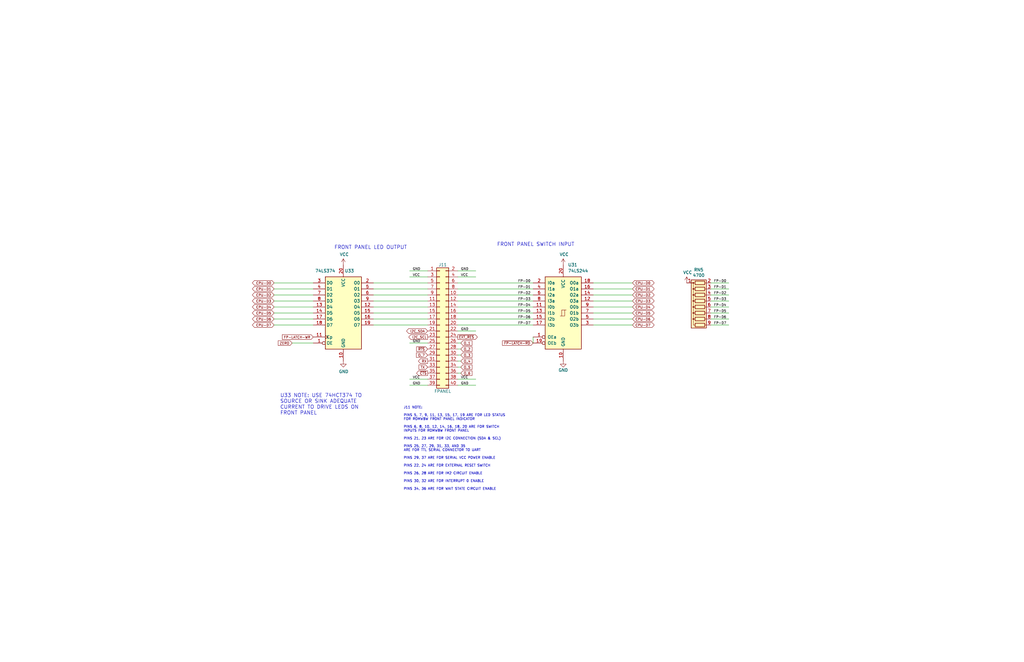
<source format=kicad_sch>
(kicad_sch (version 20211123) (generator eeschema)

  (uuid 2340b016-b90d-432d-884f-0e4647fe9b47)

  (paper "B")

  (title_block
    (title "Duodyne 6809 CPU board")
    (date "2023-12-29")
    (rev "V1.00")
  )

  (lib_symbols
    (symbol "74xx:74HCT374" (in_bom yes) (on_board yes)
      (property "Reference" "U" (id 0) (at -7.62 16.51 0)
        (effects (font (size 1.27 1.27)))
      )
      (property "Value" "74HCT374" (id 1) (at -7.62 -16.51 0)
        (effects (font (size 1.27 1.27)))
      )
      (property "Footprint" "" (id 2) (at 0 0 0)
        (effects (font (size 1.27 1.27)) hide)
      )
      (property "Datasheet" "https://www.ti.com/lit/ds/symlink/cd74hct374.pdf" (id 3) (at 0 0 0)
        (effects (font (size 1.27 1.27)) hide)
      )
      (property "ki_keywords" "HCTMOS DFF DFF8 REG 3State" (id 4) (at 0 0 0)
        (effects (font (size 1.27 1.27)) hide)
      )
      (property "ki_description" "8-bit Register, 3-state outputs" (id 5) (at 0 0 0)
        (effects (font (size 1.27 1.27)) hide)
      )
      (property "ki_fp_filters" "DIP?20* SOIC?20* SO?20*" (id 6) (at 0 0 0)
        (effects (font (size 1.27 1.27)) hide)
      )
      (symbol "74HCT374_1_0"
        (pin input inverted (at -12.7 -12.7 0) (length 5.08)
          (name "OE" (effects (font (size 1.27 1.27))))
          (number "1" (effects (font (size 1.27 1.27))))
        )
        (pin power_in line (at 0 -20.32 90) (length 5.08)
          (name "GND" (effects (font (size 1.27 1.27))))
          (number "10" (effects (font (size 1.27 1.27))))
        )
        (pin input clock (at -12.7 -10.16 0) (length 5.08)
          (name "Cp" (effects (font (size 1.27 1.27))))
          (number "11" (effects (font (size 1.27 1.27))))
        )
        (pin tri_state line (at 12.7 2.54 180) (length 5.08)
          (name "O4" (effects (font (size 1.27 1.27))))
          (number "12" (effects (font (size 1.27 1.27))))
        )
        (pin input line (at -12.7 2.54 0) (length 5.08)
          (name "D4" (effects (font (size 1.27 1.27))))
          (number "13" (effects (font (size 1.27 1.27))))
        )
        (pin input line (at -12.7 0 0) (length 5.08)
          (name "D5" (effects (font (size 1.27 1.27))))
          (number "14" (effects (font (size 1.27 1.27))))
        )
        (pin tri_state line (at 12.7 0 180) (length 5.08)
          (name "O5" (effects (font (size 1.27 1.27))))
          (number "15" (effects (font (size 1.27 1.27))))
        )
        (pin tri_state line (at 12.7 -2.54 180) (length 5.08)
          (name "O6" (effects (font (size 1.27 1.27))))
          (number "16" (effects (font (size 1.27 1.27))))
        )
        (pin input line (at -12.7 -2.54 0) (length 5.08)
          (name "D6" (effects (font (size 1.27 1.27))))
          (number "17" (effects (font (size 1.27 1.27))))
        )
        (pin input line (at -12.7 -5.08 0) (length 5.08)
          (name "D7" (effects (font (size 1.27 1.27))))
          (number "18" (effects (font (size 1.27 1.27))))
        )
        (pin tri_state line (at 12.7 -5.08 180) (length 5.08)
          (name "O7" (effects (font (size 1.27 1.27))))
          (number "19" (effects (font (size 1.27 1.27))))
        )
        (pin tri_state line (at 12.7 12.7 180) (length 5.08)
          (name "O0" (effects (font (size 1.27 1.27))))
          (number "2" (effects (font (size 1.27 1.27))))
        )
        (pin power_in line (at 0 20.32 270) (length 5.08)
          (name "VCC" (effects (font (size 1.27 1.27))))
          (number "20" (effects (font (size 1.27 1.27))))
        )
        (pin input line (at -12.7 12.7 0) (length 5.08)
          (name "D0" (effects (font (size 1.27 1.27))))
          (number "3" (effects (font (size 1.27 1.27))))
        )
        (pin input line (at -12.7 10.16 0) (length 5.08)
          (name "D1" (effects (font (size 1.27 1.27))))
          (number "4" (effects (font (size 1.27 1.27))))
        )
        (pin tri_state line (at 12.7 10.16 180) (length 5.08)
          (name "O1" (effects (font (size 1.27 1.27))))
          (number "5" (effects (font (size 1.27 1.27))))
        )
        (pin tri_state line (at 12.7 7.62 180) (length 5.08)
          (name "O2" (effects (font (size 1.27 1.27))))
          (number "6" (effects (font (size 1.27 1.27))))
        )
        (pin input line (at -12.7 7.62 0) (length 5.08)
          (name "D2" (effects (font (size 1.27 1.27))))
          (number "7" (effects (font (size 1.27 1.27))))
        )
        (pin input line (at -12.7 5.08 0) (length 5.08)
          (name "D3" (effects (font (size 1.27 1.27))))
          (number "8" (effects (font (size 1.27 1.27))))
        )
        (pin tri_state line (at 12.7 5.08 180) (length 5.08)
          (name "O3" (effects (font (size 1.27 1.27))))
          (number "9" (effects (font (size 1.27 1.27))))
        )
      )
      (symbol "74HCT374_1_1"
        (rectangle (start -7.62 15.24) (end 7.62 -15.24)
          (stroke (width 0.254) (type default) (color 0 0 0 0))
          (fill (type background))
        )
      )
    )
    (symbol "74xx:74LS244" (pin_names (offset 1.016)) (in_bom yes) (on_board yes)
      (property "Reference" "U" (id 0) (at -7.62 16.51 0)
        (effects (font (size 1.27 1.27)))
      )
      (property "Value" "74LS244" (id 1) (at -7.62 -16.51 0)
        (effects (font (size 1.27 1.27)))
      )
      (property "Footprint" "" (id 2) (at 0 0 0)
        (effects (font (size 1.27 1.27)) hide)
      )
      (property "Datasheet" "http://www.ti.com/lit/ds/symlink/sn74ls244.pdf" (id 3) (at 0 0 0)
        (effects (font (size 1.27 1.27)) hide)
      )
      (property "ki_keywords" "7400 logic ttl low power schottky" (id 4) (at 0 0 0)
        (effects (font (size 1.27 1.27)) hide)
      )
      (property "ki_description" "Octal Buffer and Line Driver With 3-State Output, active-low enables, non-inverting outputs" (id 5) (at 0 0 0)
        (effects (font (size 1.27 1.27)) hide)
      )
      (property "ki_fp_filters" "DIP?20*" (id 6) (at 0 0 0)
        (effects (font (size 1.27 1.27)) hide)
      )
      (symbol "74LS244_1_0"
        (polyline
          (pts
            (xy -0.635 -1.27)
            (xy -0.635 1.27)
            (xy 0.635 1.27)
          )
          (stroke (width 0) (type default) (color 0 0 0 0))
          (fill (type none))
        )
        (polyline
          (pts
            (xy -1.27 -1.27)
            (xy 0.635 -1.27)
            (xy 0.635 1.27)
            (xy 1.27 1.27)
          )
          (stroke (width 0) (type default) (color 0 0 0 0))
          (fill (type none))
        )
        (pin input inverted (at -12.7 -10.16 0) (length 5.08)
          (name "OEa" (effects (font (size 1.27 1.27))))
          (number "1" (effects (font (size 1.27 1.27))))
        )
        (pin power_in line (at 0 -20.32 90) (length 5.08)
          (name "GND" (effects (font (size 1.27 1.27))))
          (number "10" (effects (font (size 1.27 1.27))))
        )
        (pin input line (at -12.7 2.54 0) (length 5.08)
          (name "I0b" (effects (font (size 1.27 1.27))))
          (number "11" (effects (font (size 1.27 1.27))))
        )
        (pin tri_state line (at 12.7 5.08 180) (length 5.08)
          (name "O3a" (effects (font (size 1.27 1.27))))
          (number "12" (effects (font (size 1.27 1.27))))
        )
        (pin input line (at -12.7 0 0) (length 5.08)
          (name "I1b" (effects (font (size 1.27 1.27))))
          (number "13" (effects (font (size 1.27 1.27))))
        )
        (pin tri_state line (at 12.7 7.62 180) (length 5.08)
          (name "O2a" (effects (font (size 1.27 1.27))))
          (number "14" (effects (font (size 1.27 1.27))))
        )
        (pin input line (at -12.7 -2.54 0) (length 5.08)
          (name "I2b" (effects (font (size 1.27 1.27))))
          (number "15" (effects (font (size 1.27 1.27))))
        )
        (pin tri_state line (at 12.7 10.16 180) (length 5.08)
          (name "O1a" (effects (font (size 1.27 1.27))))
          (number "16" (effects (font (size 1.27 1.27))))
        )
        (pin input line (at -12.7 -5.08 0) (length 5.08)
          (name "I3b" (effects (font (size 1.27 1.27))))
          (number "17" (effects (font (size 1.27 1.27))))
        )
        (pin tri_state line (at 12.7 12.7 180) (length 5.08)
          (name "O0a" (effects (font (size 1.27 1.27))))
          (number "18" (effects (font (size 1.27 1.27))))
        )
        (pin input inverted (at -12.7 -12.7 0) (length 5.08)
          (name "OEb" (effects (font (size 1.27 1.27))))
          (number "19" (effects (font (size 1.27 1.27))))
        )
        (pin input line (at -12.7 12.7 0) (length 5.08)
          (name "I0a" (effects (font (size 1.27 1.27))))
          (number "2" (effects (font (size 1.27 1.27))))
        )
        (pin power_in line (at 0 20.32 270) (length 5.08)
          (name "VCC" (effects (font (size 1.27 1.27))))
          (number "20" (effects (font (size 1.27 1.27))))
        )
        (pin tri_state line (at 12.7 -5.08 180) (length 5.08)
          (name "O3b" (effects (font (size 1.27 1.27))))
          (number "3" (effects (font (size 1.27 1.27))))
        )
        (pin input line (at -12.7 10.16 0) (length 5.08)
          (name "I1a" (effects (font (size 1.27 1.27))))
          (number "4" (effects (font (size 1.27 1.27))))
        )
        (pin tri_state line (at 12.7 -2.54 180) (length 5.08)
          (name "O2b" (effects (font (size 1.27 1.27))))
          (number "5" (effects (font (size 1.27 1.27))))
        )
        (pin input line (at -12.7 7.62 0) (length 5.08)
          (name "I2a" (effects (font (size 1.27 1.27))))
          (number "6" (effects (font (size 1.27 1.27))))
        )
        (pin tri_state line (at 12.7 0 180) (length 5.08)
          (name "O1b" (effects (font (size 1.27 1.27))))
          (number "7" (effects (font (size 1.27 1.27))))
        )
        (pin input line (at -12.7 5.08 0) (length 5.08)
          (name "I3a" (effects (font (size 1.27 1.27))))
          (number "8" (effects (font (size 1.27 1.27))))
        )
        (pin tri_state line (at 12.7 2.54 180) (length 5.08)
          (name "O0b" (effects (font (size 1.27 1.27))))
          (number "9" (effects (font (size 1.27 1.27))))
        )
      )
      (symbol "74LS244_1_1"
        (rectangle (start -7.62 15.24) (end 7.62 -15.24)
          (stroke (width 0.254) (type default) (color 0 0 0 0))
          (fill (type background))
        )
      )
    )
    (symbol "Connector_Generic:Conn_02x20_Odd_Even" (pin_names (offset 1.016) hide) (in_bom yes) (on_board yes)
      (property "Reference" "J" (id 0) (at 1.27 25.4 0)
        (effects (font (size 1.27 1.27)))
      )
      (property "Value" "Conn_02x20_Odd_Even" (id 1) (at 1.27 -27.94 0)
        (effects (font (size 1.27 1.27)))
      )
      (property "Footprint" "" (id 2) (at 0 0 0)
        (effects (font (size 1.27 1.27)) hide)
      )
      (property "Datasheet" "~" (id 3) (at 0 0 0)
        (effects (font (size 1.27 1.27)) hide)
      )
      (property "ki_keywords" "connector" (id 4) (at 0 0 0)
        (effects (font (size 1.27 1.27)) hide)
      )
      (property "ki_description" "Generic connector, double row, 02x20, odd/even pin numbering scheme (row 1 odd numbers, row 2 even numbers), script generated (kicad-library-utils/schlib/autogen/connector/)" (id 5) (at 0 0 0)
        (effects (font (size 1.27 1.27)) hide)
      )
      (property "ki_fp_filters" "Connector*:*_2x??_*" (id 6) (at 0 0 0)
        (effects (font (size 1.27 1.27)) hide)
      )
      (symbol "Conn_02x20_Odd_Even_1_1"
        (rectangle (start -1.27 -25.273) (end 0 -25.527)
          (stroke (width 0.1524) (type default) (color 0 0 0 0))
          (fill (type none))
        )
        (rectangle (start -1.27 -22.733) (end 0 -22.987)
          (stroke (width 0.1524) (type default) (color 0 0 0 0))
          (fill (type none))
        )
        (rectangle (start -1.27 -20.193) (end 0 -20.447)
          (stroke (width 0.1524) (type default) (color 0 0 0 0))
          (fill (type none))
        )
        (rectangle (start -1.27 -17.653) (end 0 -17.907)
          (stroke (width 0.1524) (type default) (color 0 0 0 0))
          (fill (type none))
        )
        (rectangle (start -1.27 -15.113) (end 0 -15.367)
          (stroke (width 0.1524) (type default) (color 0 0 0 0))
          (fill (type none))
        )
        (rectangle (start -1.27 -12.573) (end 0 -12.827)
          (stroke (width 0.1524) (type default) (color 0 0 0 0))
          (fill (type none))
        )
        (rectangle (start -1.27 -10.033) (end 0 -10.287)
          (stroke (width 0.1524) (type default) (color 0 0 0 0))
          (fill (type none))
        )
        (rectangle (start -1.27 -7.493) (end 0 -7.747)
          (stroke (width 0.1524) (type default) (color 0 0 0 0))
          (fill (type none))
        )
        (rectangle (start -1.27 -4.953) (end 0 -5.207)
          (stroke (width 0.1524) (type default) (color 0 0 0 0))
          (fill (type none))
        )
        (rectangle (start -1.27 -2.413) (end 0 -2.667)
          (stroke (width 0.1524) (type default) (color 0 0 0 0))
          (fill (type none))
        )
        (rectangle (start -1.27 0.127) (end 0 -0.127)
          (stroke (width 0.1524) (type default) (color 0 0 0 0))
          (fill (type none))
        )
        (rectangle (start -1.27 2.667) (end 0 2.413)
          (stroke (width 0.1524) (type default) (color 0 0 0 0))
          (fill (type none))
        )
        (rectangle (start -1.27 5.207) (end 0 4.953)
          (stroke (width 0.1524) (type default) (color 0 0 0 0))
          (fill (type none))
        )
        (rectangle (start -1.27 7.747) (end 0 7.493)
          (stroke (width 0.1524) (type default) (color 0 0 0 0))
          (fill (type none))
        )
        (rectangle (start -1.27 10.287) (end 0 10.033)
          (stroke (width 0.1524) (type default) (color 0 0 0 0))
          (fill (type none))
        )
        (rectangle (start -1.27 12.827) (end 0 12.573)
          (stroke (width 0.1524) (type default) (color 0 0 0 0))
          (fill (type none))
        )
        (rectangle (start -1.27 15.367) (end 0 15.113)
          (stroke (width 0.1524) (type default) (color 0 0 0 0))
          (fill (type none))
        )
        (rectangle (start -1.27 17.907) (end 0 17.653)
          (stroke (width 0.1524) (type default) (color 0 0 0 0))
          (fill (type none))
        )
        (rectangle (start -1.27 20.447) (end 0 20.193)
          (stroke (width 0.1524) (type default) (color 0 0 0 0))
          (fill (type none))
        )
        (rectangle (start -1.27 22.987) (end 0 22.733)
          (stroke (width 0.1524) (type default) (color 0 0 0 0))
          (fill (type none))
        )
        (rectangle (start -1.27 24.13) (end 3.81 -26.67)
          (stroke (width 0.254) (type default) (color 0 0 0 0))
          (fill (type background))
        )
        (rectangle (start 3.81 -25.273) (end 2.54 -25.527)
          (stroke (width 0.1524) (type default) (color 0 0 0 0))
          (fill (type none))
        )
        (rectangle (start 3.81 -22.733) (end 2.54 -22.987)
          (stroke (width 0.1524) (type default) (color 0 0 0 0))
          (fill (type none))
        )
        (rectangle (start 3.81 -20.193) (end 2.54 -20.447)
          (stroke (width 0.1524) (type default) (color 0 0 0 0))
          (fill (type none))
        )
        (rectangle (start 3.81 -17.653) (end 2.54 -17.907)
          (stroke (width 0.1524) (type default) (color 0 0 0 0))
          (fill (type none))
        )
        (rectangle (start 3.81 -15.113) (end 2.54 -15.367)
          (stroke (width 0.1524) (type default) (color 0 0 0 0))
          (fill (type none))
        )
        (rectangle (start 3.81 -12.573) (end 2.54 -12.827)
          (stroke (width 0.1524) (type default) (color 0 0 0 0))
          (fill (type none))
        )
        (rectangle (start 3.81 -10.033) (end 2.54 -10.287)
          (stroke (width 0.1524) (type default) (color 0 0 0 0))
          (fill (type none))
        )
        (rectangle (start 3.81 -7.493) (end 2.54 -7.747)
          (stroke (width 0.1524) (type default) (color 0 0 0 0))
          (fill (type none))
        )
        (rectangle (start 3.81 -4.953) (end 2.54 -5.207)
          (stroke (width 0.1524) (type default) (color 0 0 0 0))
          (fill (type none))
        )
        (rectangle (start 3.81 -2.413) (end 2.54 -2.667)
          (stroke (width 0.1524) (type default) (color 0 0 0 0))
          (fill (type none))
        )
        (rectangle (start 3.81 0.127) (end 2.54 -0.127)
          (stroke (width 0.1524) (type default) (color 0 0 0 0))
          (fill (type none))
        )
        (rectangle (start 3.81 2.667) (end 2.54 2.413)
          (stroke (width 0.1524) (type default) (color 0 0 0 0))
          (fill (type none))
        )
        (rectangle (start 3.81 5.207) (end 2.54 4.953)
          (stroke (width 0.1524) (type default) (color 0 0 0 0))
          (fill (type none))
        )
        (rectangle (start 3.81 7.747) (end 2.54 7.493)
          (stroke (width 0.1524) (type default) (color 0 0 0 0))
          (fill (type none))
        )
        (rectangle (start 3.81 10.287) (end 2.54 10.033)
          (stroke (width 0.1524) (type default) (color 0 0 0 0))
          (fill (type none))
        )
        (rectangle (start 3.81 12.827) (end 2.54 12.573)
          (stroke (width 0.1524) (type default) (color 0 0 0 0))
          (fill (type none))
        )
        (rectangle (start 3.81 15.367) (end 2.54 15.113)
          (stroke (width 0.1524) (type default) (color 0 0 0 0))
          (fill (type none))
        )
        (rectangle (start 3.81 17.907) (end 2.54 17.653)
          (stroke (width 0.1524) (type default) (color 0 0 0 0))
          (fill (type none))
        )
        (rectangle (start 3.81 20.447) (end 2.54 20.193)
          (stroke (width 0.1524) (type default) (color 0 0 0 0))
          (fill (type none))
        )
        (rectangle (start 3.81 22.987) (end 2.54 22.733)
          (stroke (width 0.1524) (type default) (color 0 0 0 0))
          (fill (type none))
        )
        (pin passive line (at -5.08 22.86 0) (length 3.81)
          (name "Pin_1" (effects (font (size 1.27 1.27))))
          (number "1" (effects (font (size 1.27 1.27))))
        )
        (pin passive line (at 7.62 12.7 180) (length 3.81)
          (name "Pin_10" (effects (font (size 1.27 1.27))))
          (number "10" (effects (font (size 1.27 1.27))))
        )
        (pin passive line (at -5.08 10.16 0) (length 3.81)
          (name "Pin_11" (effects (font (size 1.27 1.27))))
          (number "11" (effects (font (size 1.27 1.27))))
        )
        (pin passive line (at 7.62 10.16 180) (length 3.81)
          (name "Pin_12" (effects (font (size 1.27 1.27))))
          (number "12" (effects (font (size 1.27 1.27))))
        )
        (pin passive line (at -5.08 7.62 0) (length 3.81)
          (name "Pin_13" (effects (font (size 1.27 1.27))))
          (number "13" (effects (font (size 1.27 1.27))))
        )
        (pin passive line (at 7.62 7.62 180) (length 3.81)
          (name "Pin_14" (effects (font (size 1.27 1.27))))
          (number "14" (effects (font (size 1.27 1.27))))
        )
        (pin passive line (at -5.08 5.08 0) (length 3.81)
          (name "Pin_15" (effects (font (size 1.27 1.27))))
          (number "15" (effects (font (size 1.27 1.27))))
        )
        (pin passive line (at 7.62 5.08 180) (length 3.81)
          (name "Pin_16" (effects (font (size 1.27 1.27))))
          (number "16" (effects (font (size 1.27 1.27))))
        )
        (pin passive line (at -5.08 2.54 0) (length 3.81)
          (name "Pin_17" (effects (font (size 1.27 1.27))))
          (number "17" (effects (font (size 1.27 1.27))))
        )
        (pin passive line (at 7.62 2.54 180) (length 3.81)
          (name "Pin_18" (effects (font (size 1.27 1.27))))
          (number "18" (effects (font (size 1.27 1.27))))
        )
        (pin passive line (at -5.08 0 0) (length 3.81)
          (name "Pin_19" (effects (font (size 1.27 1.27))))
          (number "19" (effects (font (size 1.27 1.27))))
        )
        (pin passive line (at 7.62 22.86 180) (length 3.81)
          (name "Pin_2" (effects (font (size 1.27 1.27))))
          (number "2" (effects (font (size 1.27 1.27))))
        )
        (pin passive line (at 7.62 0 180) (length 3.81)
          (name "Pin_20" (effects (font (size 1.27 1.27))))
          (number "20" (effects (font (size 1.27 1.27))))
        )
        (pin passive line (at -5.08 -2.54 0) (length 3.81)
          (name "Pin_21" (effects (font (size 1.27 1.27))))
          (number "21" (effects (font (size 1.27 1.27))))
        )
        (pin passive line (at 7.62 -2.54 180) (length 3.81)
          (name "Pin_22" (effects (font (size 1.27 1.27))))
          (number "22" (effects (font (size 1.27 1.27))))
        )
        (pin passive line (at -5.08 -5.08 0) (length 3.81)
          (name "Pin_23" (effects (font (size 1.27 1.27))))
          (number "23" (effects (font (size 1.27 1.27))))
        )
        (pin passive line (at 7.62 -5.08 180) (length 3.81)
          (name "Pin_24" (effects (font (size 1.27 1.27))))
          (number "24" (effects (font (size 1.27 1.27))))
        )
        (pin passive line (at -5.08 -7.62 0) (length 3.81)
          (name "Pin_25" (effects (font (size 1.27 1.27))))
          (number "25" (effects (font (size 1.27 1.27))))
        )
        (pin passive line (at 7.62 -7.62 180) (length 3.81)
          (name "Pin_26" (effects (font (size 1.27 1.27))))
          (number "26" (effects (font (size 1.27 1.27))))
        )
        (pin passive line (at -5.08 -10.16 0) (length 3.81)
          (name "Pin_27" (effects (font (size 1.27 1.27))))
          (number "27" (effects (font (size 1.27 1.27))))
        )
        (pin passive line (at 7.62 -10.16 180) (length 3.81)
          (name "Pin_28" (effects (font (size 1.27 1.27))))
          (number "28" (effects (font (size 1.27 1.27))))
        )
        (pin passive line (at -5.08 -12.7 0) (length 3.81)
          (name "Pin_29" (effects (font (size 1.27 1.27))))
          (number "29" (effects (font (size 1.27 1.27))))
        )
        (pin passive line (at -5.08 20.32 0) (length 3.81)
          (name "Pin_3" (effects (font (size 1.27 1.27))))
          (number "3" (effects (font (size 1.27 1.27))))
        )
        (pin passive line (at 7.62 -12.7 180) (length 3.81)
          (name "Pin_30" (effects (font (size 1.27 1.27))))
          (number "30" (effects (font (size 1.27 1.27))))
        )
        (pin passive line (at -5.08 -15.24 0) (length 3.81)
          (name "Pin_31" (effects (font (size 1.27 1.27))))
          (number "31" (effects (font (size 1.27 1.27))))
        )
        (pin passive line (at 7.62 -15.24 180) (length 3.81)
          (name "Pin_32" (effects (font (size 1.27 1.27))))
          (number "32" (effects (font (size 1.27 1.27))))
        )
        (pin passive line (at -5.08 -17.78 0) (length 3.81)
          (name "Pin_33" (effects (font (size 1.27 1.27))))
          (number "33" (effects (font (size 1.27 1.27))))
        )
        (pin passive line (at 7.62 -17.78 180) (length 3.81)
          (name "Pin_34" (effects (font (size 1.27 1.27))))
          (number "34" (effects (font (size 1.27 1.27))))
        )
        (pin passive line (at -5.08 -20.32 0) (length 3.81)
          (name "Pin_35" (effects (font (size 1.27 1.27))))
          (number "35" (effects (font (size 1.27 1.27))))
        )
        (pin passive line (at 7.62 -20.32 180) (length 3.81)
          (name "Pin_36" (effects (font (size 1.27 1.27))))
          (number "36" (effects (font (size 1.27 1.27))))
        )
        (pin passive line (at -5.08 -22.86 0) (length 3.81)
          (name "Pin_37" (effects (font (size 1.27 1.27))))
          (number "37" (effects (font (size 1.27 1.27))))
        )
        (pin passive line (at 7.62 -22.86 180) (length 3.81)
          (name "Pin_38" (effects (font (size 1.27 1.27))))
          (number "38" (effects (font (size 1.27 1.27))))
        )
        (pin passive line (at -5.08 -25.4 0) (length 3.81)
          (name "Pin_39" (effects (font (size 1.27 1.27))))
          (number "39" (effects (font (size 1.27 1.27))))
        )
        (pin passive line (at 7.62 20.32 180) (length 3.81)
          (name "Pin_4" (effects (font (size 1.27 1.27))))
          (number "4" (effects (font (size 1.27 1.27))))
        )
        (pin passive line (at 7.62 -25.4 180) (length 3.81)
          (name "Pin_40" (effects (font (size 1.27 1.27))))
          (number "40" (effects (font (size 1.27 1.27))))
        )
        (pin passive line (at -5.08 17.78 0) (length 3.81)
          (name "Pin_5" (effects (font (size 1.27 1.27))))
          (number "5" (effects (font (size 1.27 1.27))))
        )
        (pin passive line (at 7.62 17.78 180) (length 3.81)
          (name "Pin_6" (effects (font (size 1.27 1.27))))
          (number "6" (effects (font (size 1.27 1.27))))
        )
        (pin passive line (at -5.08 15.24 0) (length 3.81)
          (name "Pin_7" (effects (font (size 1.27 1.27))))
          (number "7" (effects (font (size 1.27 1.27))))
        )
        (pin passive line (at 7.62 15.24 180) (length 3.81)
          (name "Pin_8" (effects (font (size 1.27 1.27))))
          (number "8" (effects (font (size 1.27 1.27))))
        )
        (pin passive line (at -5.08 12.7 0) (length 3.81)
          (name "Pin_9" (effects (font (size 1.27 1.27))))
          (number "9" (effects (font (size 1.27 1.27))))
        )
      )
    )
    (symbol "Device:R_Network08" (pin_names (offset 0) hide) (in_bom yes) (on_board yes)
      (property "Reference" "RN" (id 0) (at -12.7 0 90)
        (effects (font (size 1.27 1.27)))
      )
      (property "Value" "R_Network08" (id 1) (at 10.16 0 90)
        (effects (font (size 1.27 1.27)))
      )
      (property "Footprint" "Resistor_THT:R_Array_SIP9" (id 2) (at 12.065 0 90)
        (effects (font (size 1.27 1.27)) hide)
      )
      (property "Datasheet" "http://www.vishay.com/docs/31509/csc.pdf" (id 3) (at 0 0 0)
        (effects (font (size 1.27 1.27)) hide)
      )
      (property "ki_keywords" "R network star-topology" (id 4) (at 0 0 0)
        (effects (font (size 1.27 1.27)) hide)
      )
      (property "ki_description" "8 resistor network, star topology, bussed resistors, small symbol" (id 5) (at 0 0 0)
        (effects (font (size 1.27 1.27)) hide)
      )
      (property "ki_fp_filters" "R?Array?SIP*" (id 6) (at 0 0 0)
        (effects (font (size 1.27 1.27)) hide)
      )
      (symbol "R_Network08_0_1"
        (rectangle (start -11.43 -3.175) (end 8.89 3.175)
          (stroke (width 0.254) (type default) (color 0 0 0 0))
          (fill (type background))
        )
        (rectangle (start -10.922 1.524) (end -9.398 -2.54)
          (stroke (width 0.254) (type default) (color 0 0 0 0))
          (fill (type none))
        )
        (circle (center -10.16 2.286) (radius 0.254)
          (stroke (width 0) (type default) (color 0 0 0 0))
          (fill (type outline))
        )
        (rectangle (start -8.382 1.524) (end -6.858 -2.54)
          (stroke (width 0.254) (type default) (color 0 0 0 0))
          (fill (type none))
        )
        (circle (center -7.62 2.286) (radius 0.254)
          (stroke (width 0) (type default) (color 0 0 0 0))
          (fill (type outline))
        )
        (rectangle (start -5.842 1.524) (end -4.318 -2.54)
          (stroke (width 0.254) (type default) (color 0 0 0 0))
          (fill (type none))
        )
        (circle (center -5.08 2.286) (radius 0.254)
          (stroke (width 0) (type default) (color 0 0 0 0))
          (fill (type outline))
        )
        (rectangle (start -3.302 1.524) (end -1.778 -2.54)
          (stroke (width 0.254) (type default) (color 0 0 0 0))
          (fill (type none))
        )
        (circle (center -2.54 2.286) (radius 0.254)
          (stroke (width 0) (type default) (color 0 0 0 0))
          (fill (type outline))
        )
        (rectangle (start -0.762 1.524) (end 0.762 -2.54)
          (stroke (width 0.254) (type default) (color 0 0 0 0))
          (fill (type none))
        )
        (polyline
          (pts
            (xy -10.16 -2.54)
            (xy -10.16 -3.81)
          )
          (stroke (width 0) (type default) (color 0 0 0 0))
          (fill (type none))
        )
        (polyline
          (pts
            (xy -7.62 -2.54)
            (xy -7.62 -3.81)
          )
          (stroke (width 0) (type default) (color 0 0 0 0))
          (fill (type none))
        )
        (polyline
          (pts
            (xy -5.08 -2.54)
            (xy -5.08 -3.81)
          )
          (stroke (width 0) (type default) (color 0 0 0 0))
          (fill (type none))
        )
        (polyline
          (pts
            (xy -2.54 -2.54)
            (xy -2.54 -3.81)
          )
          (stroke (width 0) (type default) (color 0 0 0 0))
          (fill (type none))
        )
        (polyline
          (pts
            (xy 0 -2.54)
            (xy 0 -3.81)
          )
          (stroke (width 0) (type default) (color 0 0 0 0))
          (fill (type none))
        )
        (polyline
          (pts
            (xy 2.54 -2.54)
            (xy 2.54 -3.81)
          )
          (stroke (width 0) (type default) (color 0 0 0 0))
          (fill (type none))
        )
        (polyline
          (pts
            (xy 5.08 -2.54)
            (xy 5.08 -3.81)
          )
          (stroke (width 0) (type default) (color 0 0 0 0))
          (fill (type none))
        )
        (polyline
          (pts
            (xy 7.62 -2.54)
            (xy 7.62 -3.81)
          )
          (stroke (width 0) (type default) (color 0 0 0 0))
          (fill (type none))
        )
        (polyline
          (pts
            (xy -10.16 1.524)
            (xy -10.16 2.286)
            (xy -7.62 2.286)
            (xy -7.62 1.524)
          )
          (stroke (width 0) (type default) (color 0 0 0 0))
          (fill (type none))
        )
        (polyline
          (pts
            (xy -7.62 1.524)
            (xy -7.62 2.286)
            (xy -5.08 2.286)
            (xy -5.08 1.524)
          )
          (stroke (width 0) (type default) (color 0 0 0 0))
          (fill (type none))
        )
        (polyline
          (pts
            (xy -5.08 1.524)
            (xy -5.08 2.286)
            (xy -2.54 2.286)
            (xy -2.54 1.524)
          )
          (stroke (width 0) (type default) (color 0 0 0 0))
          (fill (type none))
        )
        (polyline
          (pts
            (xy -2.54 1.524)
            (xy -2.54 2.286)
            (xy 0 2.286)
            (xy 0 1.524)
          )
          (stroke (width 0) (type default) (color 0 0 0 0))
          (fill (type none))
        )
        (polyline
          (pts
            (xy 0 1.524)
            (xy 0 2.286)
            (xy 2.54 2.286)
            (xy 2.54 1.524)
          )
          (stroke (width 0) (type default) (color 0 0 0 0))
          (fill (type none))
        )
        (polyline
          (pts
            (xy 2.54 1.524)
            (xy 2.54 2.286)
            (xy 5.08 2.286)
            (xy 5.08 1.524)
          )
          (stroke (width 0) (type default) (color 0 0 0 0))
          (fill (type none))
        )
        (polyline
          (pts
            (xy 5.08 1.524)
            (xy 5.08 2.286)
            (xy 7.62 2.286)
            (xy 7.62 1.524)
          )
          (stroke (width 0) (type default) (color 0 0 0 0))
          (fill (type none))
        )
        (circle (center 0 2.286) (radius 0.254)
          (stroke (width 0) (type default) (color 0 0 0 0))
          (fill (type outline))
        )
        (rectangle (start 1.778 1.524) (end 3.302 -2.54)
          (stroke (width 0.254) (type default) (color 0 0 0 0))
          (fill (type none))
        )
        (circle (center 2.54 2.286) (radius 0.254)
          (stroke (width 0) (type default) (color 0 0 0 0))
          (fill (type outline))
        )
        (rectangle (start 4.318 1.524) (end 5.842 -2.54)
          (stroke (width 0.254) (type default) (color 0 0 0 0))
          (fill (type none))
        )
        (circle (center 5.08 2.286) (radius 0.254)
          (stroke (width 0) (type default) (color 0 0 0 0))
          (fill (type outline))
        )
        (rectangle (start 6.858 1.524) (end 8.382 -2.54)
          (stroke (width 0.254) (type default) (color 0 0 0 0))
          (fill (type none))
        )
      )
      (symbol "R_Network08_1_1"
        (pin passive line (at -10.16 5.08 270) (length 2.54)
          (name "common" (effects (font (size 1.27 1.27))))
          (number "1" (effects (font (size 1.27 1.27))))
        )
        (pin passive line (at -10.16 -5.08 90) (length 1.27)
          (name "R1" (effects (font (size 1.27 1.27))))
          (number "2" (effects (font (size 1.27 1.27))))
        )
        (pin passive line (at -7.62 -5.08 90) (length 1.27)
          (name "R2" (effects (font (size 1.27 1.27))))
          (number "3" (effects (font (size 1.27 1.27))))
        )
        (pin passive line (at -5.08 -5.08 90) (length 1.27)
          (name "R3" (effects (font (size 1.27 1.27))))
          (number "4" (effects (font (size 1.27 1.27))))
        )
        (pin passive line (at -2.54 -5.08 90) (length 1.27)
          (name "R4" (effects (font (size 1.27 1.27))))
          (number "5" (effects (font (size 1.27 1.27))))
        )
        (pin passive line (at 0 -5.08 90) (length 1.27)
          (name "R5" (effects (font (size 1.27 1.27))))
          (number "6" (effects (font (size 1.27 1.27))))
        )
        (pin passive line (at 2.54 -5.08 90) (length 1.27)
          (name "R6" (effects (font (size 1.27 1.27))))
          (number "7" (effects (font (size 1.27 1.27))))
        )
        (pin passive line (at 5.08 -5.08 90) (length 1.27)
          (name "R7" (effects (font (size 1.27 1.27))))
          (number "8" (effects (font (size 1.27 1.27))))
        )
        (pin passive line (at 7.62 -5.08 90) (length 1.27)
          (name "R8" (effects (font (size 1.27 1.27))))
          (number "9" (effects (font (size 1.27 1.27))))
        )
      )
    )
    (symbol "power:GND" (power) (pin_names (offset 0)) (in_bom yes) (on_board yes)
      (property "Reference" "#PWR" (id 0) (at 0 -6.35 0)
        (effects (font (size 1.27 1.27)) hide)
      )
      (property "Value" "GND" (id 1) (at 0 -3.81 0)
        (effects (font (size 1.27 1.27)))
      )
      (property "Footprint" "" (id 2) (at 0 0 0)
        (effects (font (size 1.27 1.27)) hide)
      )
      (property "Datasheet" "" (id 3) (at 0 0 0)
        (effects (font (size 1.27 1.27)) hide)
      )
      (property "ki_keywords" "global power" (id 4) (at 0 0 0)
        (effects (font (size 1.27 1.27)) hide)
      )
      (property "ki_description" "Power symbol creates a global label with name \"GND\" , ground" (id 5) (at 0 0 0)
        (effects (font (size 1.27 1.27)) hide)
      )
      (symbol "GND_0_1"
        (polyline
          (pts
            (xy 0 0)
            (xy 0 -1.27)
            (xy 1.27 -1.27)
            (xy 0 -2.54)
            (xy -1.27 -1.27)
            (xy 0 -1.27)
          )
          (stroke (width 0) (type default) (color 0 0 0 0))
          (fill (type none))
        )
      )
      (symbol "GND_1_1"
        (pin power_in line (at 0 0 270) (length 0) hide
          (name "GND" (effects (font (size 1.27 1.27))))
          (number "1" (effects (font (size 1.27 1.27))))
        )
      )
    )
    (symbol "power:VCC" (power) (pin_names (offset 0)) (in_bom yes) (on_board yes)
      (property "Reference" "#PWR" (id 0) (at 0 -3.81 0)
        (effects (font (size 1.27 1.27)) hide)
      )
      (property "Value" "VCC" (id 1) (at 0 3.81 0)
        (effects (font (size 1.27 1.27)))
      )
      (property "Footprint" "" (id 2) (at 0 0 0)
        (effects (font (size 1.27 1.27)) hide)
      )
      (property "Datasheet" "" (id 3) (at 0 0 0)
        (effects (font (size 1.27 1.27)) hide)
      )
      (property "ki_keywords" "global power" (id 4) (at 0 0 0)
        (effects (font (size 1.27 1.27)) hide)
      )
      (property "ki_description" "Power symbol creates a global label with name \"VCC\"" (id 5) (at 0 0 0)
        (effects (font (size 1.27 1.27)) hide)
      )
      (symbol "VCC_0_1"
        (polyline
          (pts
            (xy -0.762 1.27)
            (xy 0 2.54)
          )
          (stroke (width 0) (type default) (color 0 0 0 0))
          (fill (type none))
        )
        (polyline
          (pts
            (xy 0 0)
            (xy 0 2.54)
          )
          (stroke (width 0) (type default) (color 0 0 0 0))
          (fill (type none))
        )
        (polyline
          (pts
            (xy 0 2.54)
            (xy 0.762 1.27)
          )
          (stroke (width 0) (type default) (color 0 0 0 0))
          (fill (type none))
        )
      )
      (symbol "VCC_1_1"
        (pin power_in line (at 0 0 90) (length 0) hide
          (name "VCC" (effects (font (size 1.27 1.27))))
          (number "1" (effects (font (size 1.27 1.27))))
        )
      )
    )
  )


  (wire (pts (xy 193.04 114.3) (xy 200.66 114.3))
    (stroke (width 0) (type default) (color 0 0 0 0))
    (uuid 00d5019e-dad5-438c-bb22-dc6eb57aead2)
  )
  (wire (pts (xy 115.57 127) (xy 132.08 127))
    (stroke (width 0) (type default) (color 0 0 0 0))
    (uuid 0190f522-686b-459e-92bd-09c57b9cbd93)
  )
  (wire (pts (xy 299.72 127) (xy 307.34 127))
    (stroke (width 0) (type default) (color 0 0 0 0))
    (uuid 027ef838-367d-479d-aa5b-59398e12def7)
  )
  (wire (pts (xy 299.72 129.54) (xy 307.34 129.54))
    (stroke (width 0) (type default) (color 0 0 0 0))
    (uuid 066126d0-78a4-4050-873d-8b2e2c8ca89b)
  )
  (wire (pts (xy 250.19 121.92) (xy 266.7 121.92))
    (stroke (width 0) (type default) (color 0 0 0 0))
    (uuid 0af714a7-c28b-4b28-9ae3-19ed7e503040)
  )
  (wire (pts (xy 193.04 121.92) (xy 224.79 121.92))
    (stroke (width 0) (type default) (color 0 0 0 0))
    (uuid 0d0282e6-d1dc-4beb-a644-bca4425abd40)
  )
  (wire (pts (xy 157.48 134.62) (xy 180.34 134.62))
    (stroke (width 0) (type default) (color 0 0 0 0))
    (uuid 0f45e4e1-08f0-421a-8bfe-37b29c6de6c9)
  )
  (wire (pts (xy 115.57 134.62) (xy 132.08 134.62))
    (stroke (width 0) (type default) (color 0 0 0 0))
    (uuid 1512ccb7-32ae-406a-b12a-b847cd59eaa2)
  )
  (wire (pts (xy 193.04 124.46) (xy 224.79 124.46))
    (stroke (width 0) (type default) (color 0 0 0 0))
    (uuid 16d725b1-5c33-46d3-9b29-8cf402afdb8d)
  )
  (wire (pts (xy 224.79 142.24) (xy 224.79 144.78))
    (stroke (width 0) (type default) (color 0 0 0 0))
    (uuid 25922ea1-f77b-420a-a8d6-e27c37e14614)
  )
  (wire (pts (xy 172.72 160.02) (xy 180.34 160.02))
    (stroke (width 0) (type default) (color 0 0 0 0))
    (uuid 25995916-0065-42cc-92c1-21882e1d6aad)
  )
  (wire (pts (xy 172.72 162.56) (xy 180.34 162.56))
    (stroke (width 0) (type default) (color 0 0 0 0))
    (uuid 270506b0-0761-4803-a9db-92d4eabb999e)
  )
  (wire (pts (xy 172.72 114.3) (xy 180.34 114.3))
    (stroke (width 0) (type default) (color 0 0 0 0))
    (uuid 29cdba36-d177-44b0-9e3d-96ecc1d7f050)
  )
  (wire (pts (xy 193.04 119.38) (xy 224.79 119.38))
    (stroke (width 0) (type default) (color 0 0 0 0))
    (uuid 2fbcb071-663f-43a0-b237-df851233cff0)
  )
  (wire (pts (xy 193.04 154.94) (xy 194.31 154.94))
    (stroke (width 0) (type default) (color 0 0 0 0))
    (uuid 3309d2f4-048b-4658-a765-ec02121772b1)
  )
  (wire (pts (xy 193.04 160.02) (xy 200.66 160.02))
    (stroke (width 0) (type default) (color 0 0 0 0))
    (uuid 35fc9345-531c-4712-a784-e1d4f043afe8)
  )
  (wire (pts (xy 250.19 124.46) (xy 266.7 124.46))
    (stroke (width 0) (type default) (color 0 0 0 0))
    (uuid 41cf4a52-64a7-4fc1-bb0b-db7e8c0d116d)
  )
  (wire (pts (xy 115.57 129.54) (xy 132.08 129.54))
    (stroke (width 0) (type default) (color 0 0 0 0))
    (uuid 4219d084-5b28-4699-b4ee-568e7d81b6e7)
  )
  (wire (pts (xy 250.19 129.54) (xy 266.7 129.54))
    (stroke (width 0) (type default) (color 0 0 0 0))
    (uuid 4826ffbd-0005-4330-869e-6a169d2643c8)
  )
  (wire (pts (xy 172.72 144.78) (xy 180.34 144.78))
    (stroke (width 0) (type default) (color 0 0 0 0))
    (uuid 4d8265f0-54c5-4f83-a005-d547f7d54087)
  )
  (wire (pts (xy 193.04 116.84) (xy 200.66 116.84))
    (stroke (width 0) (type default) (color 0 0 0 0))
    (uuid 4eb56db1-0d96-451e-96cc-1271dfcb2862)
  )
  (wire (pts (xy 172.72 116.84) (xy 180.34 116.84))
    (stroke (width 0) (type default) (color 0 0 0 0))
    (uuid 516a8c44-f0b5-4ec9-86e3-0eb0111d8944)
  )
  (wire (pts (xy 193.04 129.54) (xy 224.79 129.54))
    (stroke (width 0) (type default) (color 0 0 0 0))
    (uuid 51aab73e-b386-4bfd-a80a-cc39628b7afe)
  )
  (wire (pts (xy 299.72 132.08) (xy 307.34 132.08))
    (stroke (width 0) (type default) (color 0 0 0 0))
    (uuid 54ea0198-81fc-4b89-9e97-3198c97e5c4c)
  )
  (wire (pts (xy 193.04 132.08) (xy 224.79 132.08))
    (stroke (width 0) (type default) (color 0 0 0 0))
    (uuid 54ea13fe-362f-4e00-99be-f263d30a1f58)
  )
  (wire (pts (xy 115.57 124.46) (xy 132.08 124.46))
    (stroke (width 0) (type default) (color 0 0 0 0))
    (uuid 5663125d-1cfb-434a-bd29-79fbc12f644b)
  )
  (wire (pts (xy 157.48 137.16) (xy 180.34 137.16))
    (stroke (width 0) (type default) (color 0 0 0 0))
    (uuid 5b5dfd9b-0921-40d8-b309-431876db89f6)
  )
  (wire (pts (xy 299.72 134.62) (xy 307.34 134.62))
    (stroke (width 0) (type default) (color 0 0 0 0))
    (uuid 5eef0489-43ca-40e7-b7cc-35ce14f83279)
  )
  (wire (pts (xy 193.04 137.16) (xy 224.79 137.16))
    (stroke (width 0) (type default) (color 0 0 0 0))
    (uuid 68118f57-080b-433e-86fa-f22123926d6a)
  )
  (wire (pts (xy 157.48 124.46) (xy 180.34 124.46))
    (stroke (width 0) (type default) (color 0 0 0 0))
    (uuid 6eaa2135-ea16-4c3d-8cf4-4d0411a1fc39)
  )
  (wire (pts (xy 250.19 127) (xy 266.7 127))
    (stroke (width 0) (type default) (color 0 0 0 0))
    (uuid 72c0e8e0-03d7-48a3-ab4e-8329c756fdb7)
  )
  (wire (pts (xy 250.19 119.38) (xy 266.7 119.38))
    (stroke (width 0) (type default) (color 0 0 0 0))
    (uuid 7d1ea3fb-9eb7-4106-acce-cdf90779806e)
  )
  (wire (pts (xy 157.48 121.92) (xy 180.34 121.92))
    (stroke (width 0) (type default) (color 0 0 0 0))
    (uuid 838e3173-70dd-442f-a807-c4fc2d6ffd57)
  )
  (wire (pts (xy 157.48 129.54) (xy 180.34 129.54))
    (stroke (width 0) (type default) (color 0 0 0 0))
    (uuid 85dffa98-84eb-4e27-b7bf-20ac28163444)
  )
  (wire (pts (xy 299.72 137.16) (xy 307.34 137.16))
    (stroke (width 0) (type default) (color 0 0 0 0))
    (uuid 891ecf78-4180-411f-a535-2845b1a36e90)
  )
  (wire (pts (xy 115.57 119.38) (xy 132.08 119.38))
    (stroke (width 0) (type default) (color 0 0 0 0))
    (uuid 90fca627-dcab-4d23-9641-8c2aaabbfd69)
  )
  (wire (pts (xy 193.04 162.56) (xy 200.66 162.56))
    (stroke (width 0) (type default) (color 0 0 0 0))
    (uuid 92656fe1-604a-4841-acf6-b33987f829b9)
  )
  (wire (pts (xy 193.04 139.7) (xy 200.66 139.7))
    (stroke (width 0) (type default) (color 0 0 0 0))
    (uuid 92c44ce9-a483-4f68-91a3-6a2f217732ca)
  )
  (wire (pts (xy 115.57 132.08) (xy 132.08 132.08))
    (stroke (width 0) (type default) (color 0 0 0 0))
    (uuid 944126e7-c2e7-472c-931c-17fdf591c55b)
  )
  (wire (pts (xy 250.19 137.16) (xy 266.7 137.16))
    (stroke (width 0) (type default) (color 0 0 0 0))
    (uuid 958a28aa-9825-49b7-8c55-e09e896fa0bb)
  )
  (wire (pts (xy 115.57 137.16) (xy 132.08 137.16))
    (stroke (width 0) (type default) (color 0 0 0 0))
    (uuid a072e497-c901-492a-8ff7-2f49c33626eb)
  )
  (wire (pts (xy 193.04 134.62) (xy 224.79 134.62))
    (stroke (width 0) (type default) (color 0 0 0 0))
    (uuid ae79ca9d-00bc-4e10-adea-ae7907b54da0)
  )
  (wire (pts (xy 193.04 147.32) (xy 194.31 147.32))
    (stroke (width 0) (type default) (color 0 0 0 0))
    (uuid af3f7734-8e92-4e1c-8b87-7c9fc0a53f04)
  )
  (wire (pts (xy 193.04 127) (xy 224.79 127))
    (stroke (width 0) (type default) (color 0 0 0 0))
    (uuid b46d8eaf-6372-4b97-b140-5e72c822ab47)
  )
  (wire (pts (xy 193.04 152.4) (xy 194.31 152.4))
    (stroke (width 0) (type default) (color 0 0 0 0))
    (uuid b6096045-d067-4a81-b9cc-806f43de44b8)
  )
  (wire (pts (xy 193.04 144.78) (xy 194.31 144.78))
    (stroke (width 0) (type default) (color 0 0 0 0))
    (uuid bd5dbfad-01d9-4d13-91d9-2e449f6ba96e)
  )
  (wire (pts (xy 299.72 119.38) (xy 307.34 119.38))
    (stroke (width 0) (type default) (color 0 0 0 0))
    (uuid c0835ef4-23b1-4c61-93d1-a401d339c925)
  )
  (wire (pts (xy 157.48 127) (xy 180.34 127))
    (stroke (width 0) (type default) (color 0 0 0 0))
    (uuid ca8684f1-43f6-447f-989a-b9ba0417d005)
  )
  (wire (pts (xy 299.72 121.92) (xy 307.34 121.92))
    (stroke (width 0) (type default) (color 0 0 0 0))
    (uuid d1a9432f-7961-4ec0-8f7e-c14b1f041684)
  )
  (wire (pts (xy 193.04 149.86) (xy 194.31 149.86))
    (stroke (width 0) (type default) (color 0 0 0 0))
    (uuid d34e94cd-333c-4d72-8c60-618c9125f008)
  )
  (wire (pts (xy 193.04 157.48) (xy 194.31 157.48))
    (stroke (width 0) (type default) (color 0 0 0 0))
    (uuid daf4a7d2-e947-440e-9195-5d2e5e11a41f)
  )
  (wire (pts (xy 157.48 119.38) (xy 180.34 119.38))
    (stroke (width 0) (type default) (color 0 0 0 0))
    (uuid e976bd26-76c4-4855-9c68-68c0cf051a40)
  )
  (wire (pts (xy 250.19 132.08) (xy 266.7 132.08))
    (stroke (width 0) (type default) (color 0 0 0 0))
    (uuid e9bf94ab-5649-4325-8901-3249f4467c02)
  )
  (wire (pts (xy 157.48 132.08) (xy 180.34 132.08))
    (stroke (width 0) (type default) (color 0 0 0 0))
    (uuid f094bb59-755e-4e21-9015-c0a04e51a31b)
  )
  (wire (pts (xy 299.72 124.46) (xy 307.34 124.46))
    (stroke (width 0) (type default) (color 0 0 0 0))
    (uuid f1d39bfa-61ce-4384-8e09-11334db53049)
  )
  (wire (pts (xy 115.57 121.92) (xy 132.08 121.92))
    (stroke (width 0) (type default) (color 0 0 0 0))
    (uuid f44398af-b975-4c9e-9df0-04431d70a9b2)
  )
  (wire (pts (xy 123.19 144.78) (xy 132.08 144.78))
    (stroke (width 0) (type default) (color 0 0 0 0))
    (uuid f73c6fca-4c6a-4d37-90d8-531a4d54e504)
  )
  (wire (pts (xy 250.19 134.62) (xy 266.7 134.62))
    (stroke (width 0) (type default) (color 0 0 0 0))
    (uuid fcb27c3f-60d3-4156-91be-542910d9f3ad)
  )

  (text "J11 NOTE: \n\nPINS 5, 7, 9, 11, 13, 15, 17, 19 ARE FOR LED STATUS\nFOR ROMWBW FRONT PANEL INDICATOR\n\nPINS 6, 8, 10, 12, 14, 16, 18, 20 ARE FOR SWITCH\nINPUTS FOR ROMWBW FRONT PANEL\n\nPINS 21, 23 ARE FOR I2C CONNECTION (SDA & SCL)\n\nPINS 25, 27, 29, 31, 33, AND 35\nARE FOR TTL SERIAL CONNECTOR TO UART\n\nPINS 29, 37 ARE FOR SERIAL VCC POWER ENABLE\n\nPINS 22, 24 ARE FOR EXTERNAL RESET SWITCH\n\nPINS 26, 28 ARE FOR IM2 CIRCUIT ENABLE\n\nPINS 30, 32 ARE FOR INTERRUPT 0 ENABLE\n\nPINS 34, 36 ARE FOR WAIT STATE CIRCUIT ENABLE"
    (at 170.18 207.01 0)
    (effects (font (size 1.016 1.016)) (justify left bottom))
    (uuid 4159996a-ac97-46ed-86d6-46c2cbe767fc)
  )
  (text "U33 NOTE: USE 74HCT374 TO\nSOURCE OR SINK ADEQUATE\nCURRENT TO DRIVE LEDS ON\nFRONT PANEL"
    (at 118.11 175.26 0)
    (effects (font (size 1.524 1.524)) (justify left bottom))
    (uuid 7068bd14-5954-4fd3-a3e8-938a75e0640e)
  )
  (text "FRONT PANEL SWITCH INPUT" (at 209.55 104.14 0)
    (effects (font (size 1.524 1.524)) (justify left bottom))
    (uuid a1446f79-1bfc-478d-8c0b-4b70723a34b5)
  )
  (text "FRONT PANEL LED OUTPUT" (at 140.97 105.41 0)
    (effects (font (size 1.524 1.524)) (justify left bottom))
    (uuid fac9108c-88bc-449c-a39d-f3405a05b530)
  )

  (label "FP-D4" (at 300.99 129.54 0)
    (effects (font (size 1.016 1.016)) (justify left bottom))
    (uuid 0cf3a87b-6305-47e2-a51a-6810c59124d2)
  )
  (label "FP-D6" (at 218.44 134.62 0)
    (effects (font (size 1.016 1.016)) (justify left bottom))
    (uuid 20d6afec-2435-4c10-9e4a-2345fffdcb1b)
  )
  (label "GND" (at 194.31 139.7 0)
    (effects (font (size 1.016 1.016)) (justify left bottom))
    (uuid 2102942e-957b-4033-ad13-204cb9b29c16)
  )
  (label "GND" (at 194.31 114.3 0)
    (effects (font (size 1.016 1.016)) (justify left bottom))
    (uuid 2e13ffc9-4bdf-405c-842d-805d02fe234b)
  )
  (label "GND" (at 173.99 162.56 0)
    (effects (font (size 1.016 1.016)) (justify left bottom))
    (uuid 591158ff-7a8b-425b-a5f6-3c113fdc415b)
  )
  (label "VCC" (at 194.31 160.02 0)
    (effects (font (size 1.016 1.016)) (justify left bottom))
    (uuid 6cc4e907-fd8c-41cc-9732-992e16cd18ea)
  )
  (label "VCC" (at 173.99 160.02 0)
    (effects (font (size 1.016 1.016)) (justify left bottom))
    (uuid 77b0627f-a4bd-4090-a9af-5d9ab68a4836)
  )
  (label "FP-D0" (at 218.44 119.38 0)
    (effects (font (size 1.016 1.016)) (justify left bottom))
    (uuid 78d6b790-497c-4ac6-a3ff-14914474b572)
  )
  (label "FP-D1" (at 300.99 121.92 0)
    (effects (font (size 1.016 1.016)) (justify left bottom))
    (uuid 7ece53d3-7464-4042-b87f-4591e22b6ede)
  )
  (label "VCC" (at 194.31 116.84 0)
    (effects (font (size 1.016 1.016)) (justify left bottom))
    (uuid 80b6d99e-d53b-424e-b232-f2d1d89238c4)
  )
  (label "FP-D1" (at 218.44 121.92 0)
    (effects (font (size 1.016 1.016)) (justify left bottom))
    (uuid 8f9e8088-6114-432b-8ae7-d318c6f57dca)
  )
  (label "FP-D2" (at 218.44 124.46 0)
    (effects (font (size 1.016 1.016)) (justify left bottom))
    (uuid 9e05ba35-45af-46dd-b499-c7f7091d5c60)
  )
  (label "FP-D5" (at 218.44 132.08 0)
    (effects (font (size 1.016 1.016)) (justify left bottom))
    (uuid a24f6b80-2a03-441b-a9da-a4c84c16fb59)
  )
  (label "FP-D7" (at 300.99 137.16 0)
    (effects (font (size 1.016 1.016)) (justify left bottom))
    (uuid a2b63c4a-09c5-4d47-8c02-f760c0f19e09)
  )
  (label "GND" (at 194.31 162.56 0)
    (effects (font (size 1.016 1.016)) (justify left bottom))
    (uuid afeaf584-e159-467f-a679-e6c073eb877a)
  )
  (label "FP-D0" (at 300.99 119.38 0)
    (effects (font (size 1.016 1.016)) (justify left bottom))
    (uuid b5c5298a-daac-4f10-b39a-64c304bd9918)
  )
  (label "FP-D3" (at 218.44 127 0)
    (effects (font (size 1.016 1.016)) (justify left bottom))
    (uuid c2b27ea6-603c-4deb-a557-ada2f3971798)
  )
  (label "VCC" (at 173.99 116.84 0)
    (effects (font (size 1.016 1.016)) (justify left bottom))
    (uuid ce92d992-8c40-4a1f-b561-693926735f2c)
  )
  (label "FP-D4" (at 218.44 129.54 0)
    (effects (font (size 1.016 1.016)) (justify left bottom))
    (uuid d1ff3edd-77f7-4e43-bc63-9d2bdf15477b)
  )
  (label "FP-D3" (at 300.99 127 0)
    (effects (font (size 1.016 1.016)) (justify left bottom))
    (uuid d71414da-811a-40db-a704-692f81595862)
  )
  (label "FP-D5" (at 300.99 132.08 0)
    (effects (font (size 1.016 1.016)) (justify left bottom))
    (uuid e4b9e225-d733-4824-9ed0-fcfe4123536e)
  )
  (label "FP-D6" (at 300.99 134.62 0)
    (effects (font (size 1.016 1.016)) (justify left bottom))
    (uuid eda5c6f6-5c6e-4425-949d-2bffb1fe2ffe)
  )
  (label "FP-D2" (at 300.99 124.46 0)
    (effects (font (size 1.016 1.016)) (justify left bottom))
    (uuid ee116fb2-b290-4401-b313-4f8312cc481e)
  )
  (label "FP-D7" (at 218.44 137.16 0)
    (effects (font (size 1.016 1.016)) (justify left bottom))
    (uuid f5b1fbab-6515-4d59-a9fd-83d22b682c3f)
  )
  (label "GND" (at 173.99 144.78 0)
    (effects (font (size 1.016 1.016)) (justify left bottom))
    (uuid f8770e3a-6472-4c3b-ae70-d5be688f130c)
  )
  (label "GND" (at 173.99 114.3 0)
    (effects (font (size 1.016 1.016)) (justify left bottom))
    (uuid fa3a749e-553a-4fa8-9fe7-654966cbe7e8)
  )

  (global_label "O_1" (shape input) (at 194.31 144.78 0) (fields_autoplaced)
    (effects (font (size 1.016 1.016)) (justify left))
    (uuid 0174666d-fc6b-407e-873a-7b0551e4741c)
    (property "Intersheet References" "${INTERSHEET_REFS}" (id 0) (at 198.9754 144.7165 0)
      (effects (font (size 1.016 1.016)) (justify left) hide)
    )
  )
  (global_label "CPU-D5" (shape bidirectional) (at 266.7 132.08 0) (fields_autoplaced)
    (effects (font (size 1.016 1.016)) (justify left))
    (uuid 07f354ee-ee10-43f8-ae25-6d33efcb314d)
    (property "Intersheet References" "${INTERSHEET_REFS}" (id 0) (at 6.35 -1.27 0)
      (effects (font (size 1.27 1.27)) hide)
    )
  )
  (global_label "CPU-D6" (shape bidirectional) (at 115.57 134.62 180) (fields_autoplaced)
    (effects (font (size 1.016 1.016)) (justify right))
    (uuid 0832c523-ebc1-420d-9de6-92c075699ef4)
    (property "Intersheet References" "${INTERSHEET_REFS}" (id 0) (at -6.35 -1.27 0)
      (effects (font (size 1.27 1.27)) hide)
    )
  )
  (global_label "CPU-D7" (shape bidirectional) (at 115.57 137.16 180) (fields_autoplaced)
    (effects (font (size 1.016 1.016)) (justify right))
    (uuid 0ecf0aec-99e4-42ea-bdd8-da066b352f04)
    (property "Intersheet References" "${INTERSHEET_REFS}" (id 0) (at -6.35 -1.27 0)
      (effects (font (size 1.27 1.27)) hide)
    )
  )
  (global_label "~{EXT_RES}" (shape output) (at 193.04 142.24 0) (fields_autoplaced)
    (effects (font (size 1.016 1.016)) (justify left))
    (uuid 0fc0b1b4-6283-450f-b742-0ec86f3a8ed4)
    (property "Intersheet References" "${INTERSHEET_REFS}" (id 0) (at 201.2372 142.1765 0)
      (effects (font (size 1.016 1.016)) (justify left) hide)
    )
  )
  (global_label "TX" (shape input) (at 180.34 154.94 180) (fields_autoplaced)
    (effects (font (size 1.016 1.016)) (justify right))
    (uuid 1b2aed94-d51a-4430-aca9-3d57759998c3)
    (property "Intersheet References" "${INTERSHEET_REFS}" (id 0) (at 176.739 154.8765 0)
      (effects (font (size 1.016 1.016)) (justify right) hide)
    )
  )
  (global_label "I2C_SDA" (shape bidirectional) (at 180.34 139.7 180) (fields_autoplaced)
    (effects (font (size 1.016 1.016)) (justify right))
    (uuid 2c61e202-ce74-4d1a-845b-1fb01be2818b)
    (property "Intersheet References" "${INTERSHEET_REFS}" (id 0) (at 172.3847 139.6365 0)
      (effects (font (size 1.016 1.016)) (justify right) hide)
    )
  )
  (global_label "CPU-D0" (shape bidirectional) (at 115.57 119.38 180) (fields_autoplaced)
    (effects (font (size 1.016 1.016)) (justify right))
    (uuid 2da49b88-d48f-4545-9394-a72e420b8cf7)
    (property "Intersheet References" "${INTERSHEET_REFS}" (id 0) (at -6.35 -1.27 0)
      (effects (font (size 1.27 1.27)) hide)
    )
  )
  (global_label "CPU-D3" (shape bidirectional) (at 115.57 127 180) (fields_autoplaced)
    (effects (font (size 1.016 1.016)) (justify right))
    (uuid 2e03705b-31d1-42ca-a792-2dc53a925433)
    (property "Intersheet References" "${INTERSHEET_REFS}" (id 0) (at -6.35 -1.27 0)
      (effects (font (size 1.27 1.27)) hide)
    )
  )
  (global_label "RX" (shape output) (at 180.34 152.4 180) (fields_autoplaced)
    (effects (font (size 1.016 1.016)) (justify right))
    (uuid 34ee5310-4523-4070-ba59-f05f49fdb59a)
    (property "Intersheet References" "${INTERSHEET_REFS}" (id 0) (at 176.4971 152.3365 0)
      (effects (font (size 1.016 1.016)) (justify right) hide)
    )
  )
  (global_label "O_2" (shape input) (at 194.31 147.32 0) (fields_autoplaced)
    (effects (font (size 1.016 1.016)) (justify left))
    (uuid 4300beb1-2672-4979-8d36-1c8d1e301a93)
    (property "Intersheet References" "${INTERSHEET_REFS}" (id 0) (at 198.9754 147.2565 0)
      (effects (font (size 1.016 1.016)) (justify left) hide)
    )
  )
  (global_label "FP-LATCH-WR" (shape input) (at 132.08 142.24 180) (fields_autoplaced)
    (effects (font (size 1.016 1.016)) (justify right))
    (uuid 444088a7-36cd-4040-8dfc-bd863ab902aa)
    (property "Intersheet References" "${INTERSHEET_REFS}" (id 0) (at 119.0931 142.1765 0)
      (effects (font (size 1.016 1.016)) (justify right) hide)
    )
  )
  (global_label "CPU-D0" (shape bidirectional) (at 266.7 119.38 0) (fields_autoplaced)
    (effects (font (size 1.016 1.016)) (justify left))
    (uuid 5738e6f4-4199-4c5e-8928-f146d010ea0e)
    (property "Intersheet References" "${INTERSHEET_REFS}" (id 0) (at 6.35 -1.27 0)
      (effects (font (size 1.27 1.27)) hide)
    )
  )
  (global_label "CPU-D4" (shape bidirectional) (at 115.57 129.54 180) (fields_autoplaced)
    (effects (font (size 1.016 1.016)) (justify right))
    (uuid 62b0f1d9-b642-48ad-ac9b-6ddb165645ca)
    (property "Intersheet References" "${INTERSHEET_REFS}" (id 0) (at -6.35 -1.27 0)
      (effects (font (size 1.27 1.27)) hide)
    )
  )
  (global_label "CPU-D1" (shape bidirectional) (at 266.7 121.92 0) (fields_autoplaced)
    (effects (font (size 1.016 1.016)) (justify left))
    (uuid 67d86388-f34d-4ec9-afa1-8bd18aef116e)
    (property "Intersheet References" "${INTERSHEET_REFS}" (id 0) (at 6.35 -1.27 0)
      (effects (font (size 1.27 1.27)) hide)
    )
  )
  (global_label "CPU-D2" (shape bidirectional) (at 115.57 124.46 180) (fields_autoplaced)
    (effects (font (size 1.016 1.016)) (justify right))
    (uuid 6f5f1956-78c4-4809-a02a-d5a5d8afb970)
    (property "Intersheet References" "${INTERSHEET_REFS}" (id 0) (at -6.35 -1.27 0)
      (effects (font (size 1.27 1.27)) hide)
    )
  )
  (global_label "O_3" (shape input) (at 194.31 149.86 0) (fields_autoplaced)
    (effects (font (size 1.016 1.016)) (justify left))
    (uuid 7364959a-f695-43f3-a1ca-0e5c25cab593)
    (property "Intersheet References" "${INTERSHEET_REFS}" (id 0) (at 198.9754 149.7965 0)
      (effects (font (size 1.016 1.016)) (justify left) hide)
    )
  )
  (global_label "CPU-D5" (shape bidirectional) (at 115.57 132.08 180) (fields_autoplaced)
    (effects (font (size 1.016 1.016)) (justify right))
    (uuid 8243c37d-90de-485b-8046-908b2bd15c3b)
    (property "Intersheet References" "${INTERSHEET_REFS}" (id 0) (at -6.35 -1.27 0)
      (effects (font (size 1.27 1.27)) hide)
    )
  )
  (global_label "O_7" (shape input) (at 180.34 149.86 180) (fields_autoplaced)
    (effects (font (size 1.016 1.016)) (justify right))
    (uuid 84647c30-9b7d-4315-9a0f-12830a327264)
    (property "Intersheet References" "${INTERSHEET_REFS}" (id 0) (at 175.6746 149.9235 0)
      (effects (font (size 1.016 1.016)) (justify right) hide)
    )
  )
  (global_label "CPU-D4" (shape bidirectional) (at 266.7 129.54 0) (fields_autoplaced)
    (effects (font (size 1.016 1.016)) (justify left))
    (uuid 906a98d5-4226-4707-a940-567b82ba1f1d)
    (property "Intersheet References" "${INTERSHEET_REFS}" (id 0) (at 6.35 -1.27 0)
      (effects (font (size 1.27 1.27)) hide)
    )
  )
  (global_label "O_5" (shape input) (at 194.31 154.94 0) (fields_autoplaced)
    (effects (font (size 1.016 1.016)) (justify left))
    (uuid 9ccab1b3-027a-4718-9774-726094f19611)
    (property "Intersheet References" "${INTERSHEET_REFS}" (id 0) (at 198.9754 154.8765 0)
      (effects (font (size 1.016 1.016)) (justify left) hide)
    )
  )
  (global_label "CPU-D1" (shape bidirectional) (at 115.57 121.92 180) (fields_autoplaced)
    (effects (font (size 1.016 1.016)) (justify right))
    (uuid 9dedd466-f149-4d09-bc60-8ed0aad5bc83)
    (property "Intersheet References" "${INTERSHEET_REFS}" (id 0) (at -6.35 -1.27 0)
      (effects (font (size 1.27 1.27)) hide)
    )
  )
  (global_label "ZERO" (shape input) (at 123.19 144.78 180) (fields_autoplaced)
    (effects (font (size 1.016 1.016)) (justify right))
    (uuid a1680134-7f10-4925-a4d3-9201c286c613)
    (property "Intersheet References" "${INTERSHEET_REFS}" (id 0) (at -6.35 -1.27 0)
      (effects (font (size 1.27 1.27)) hide)
    )
  )
  (global_label "~{FP-LATCH-RD}" (shape input) (at 224.79 144.78 180) (fields_autoplaced)
    (effects (font (size 1.016 1.016)) (justify right))
    (uuid a4947953-75f1-47c8-bca8-2a2ef31fec06)
    (property "Intersheet References" "${INTERSHEET_REFS}" (id 0) (at 6.35 -1.27 0)
      (effects (font (size 1.27 1.27)) hide)
    )
  )
  (global_label "~{RTS}" (shape input) (at 180.34 147.32 180) (fields_autoplaced)
    (effects (font (size 1.016 1.016)) (justify right))
    (uuid a4d4cd2b-75c1-4acf-b570-7d4d8b4cb6b3)
    (property "Intersheet References" "${INTERSHEET_REFS}" (id 0) (at 175.723 147.2565 0)
      (effects (font (size 1.016 1.016)) (justify right) hide)
    )
  )
  (global_label "CPU-D3" (shape bidirectional) (at 266.7 127 0) (fields_autoplaced)
    (effects (font (size 1.016 1.016)) (justify left))
    (uuid ab27b92b-c1ba-444e-825d-6abf03baf728)
    (property "Intersheet References" "${INTERSHEET_REFS}" (id 0) (at 6.35 -1.27 0)
      (effects (font (size 1.27 1.27)) hide)
    )
  )
  (global_label "CPU-D7" (shape bidirectional) (at 266.7 137.16 0) (fields_autoplaced)
    (effects (font (size 1.016 1.016)) (justify left))
    (uuid ae4c0c69-e427-4e50-9ff0-42883f2f286d)
    (property "Intersheet References" "${INTERSHEET_REFS}" (id 0) (at 6.35 -1.27 0)
      (effects (font (size 1.27 1.27)) hide)
    )
  )
  (global_label "~{CTS}" (shape output) (at 180.34 157.48 180) (fields_autoplaced)
    (effects (font (size 1.016 1.016)) (justify right))
    (uuid b02aff45-13fc-4e74-ade9-e1f8cf9c2f3a)
    (property "Intersheet References" "${INTERSHEET_REFS}" (id 0) (at 175.723 157.4165 0)
      (effects (font (size 1.016 1.016)) (justify right) hide)
    )
  )
  (global_label "CPU-D2" (shape bidirectional) (at 266.7 124.46 0) (fields_autoplaced)
    (effects (font (size 1.016 1.016)) (justify left))
    (uuid cac97790-a74f-4120-9e15-ff5d77a38479)
    (property "Intersheet References" "${INTERSHEET_REFS}" (id 0) (at 6.35 -1.27 0)
      (effects (font (size 1.27 1.27)) hide)
    )
  )
  (global_label "O_6" (shape input) (at 194.31 157.48 0) (fields_autoplaced)
    (effects (font (size 1.016 1.016)) (justify left))
    (uuid d2ad0893-545b-43ab-8d80-826a9f415a57)
    (property "Intersheet References" "${INTERSHEET_REFS}" (id 0) (at 198.9754 157.4165 0)
      (effects (font (size 1.016 1.016)) (justify left) hide)
    )
  )
  (global_label "CPU-D6" (shape bidirectional) (at 266.7 134.62 0) (fields_autoplaced)
    (effects (font (size 1.016 1.016)) (justify left))
    (uuid e0108215-1867-4f37-b341-e75adac18cb6)
    (property "Intersheet References" "${INTERSHEET_REFS}" (id 0) (at 6.35 -1.27 0)
      (effects (font (size 1.27 1.27)) hide)
    )
  )
  (global_label "I2C_SCL" (shape output) (at 180.34 142.24 180) (fields_autoplaced)
    (effects (font (size 1.016 1.016)) (justify right))
    (uuid eb8b077b-4cff-4843-b96d-c9d4ecb84fd5)
    (property "Intersheet References" "${INTERSHEET_REFS}" (id 0) (at 173.2556 142.3035 0)
      (effects (font (size 1.016 1.016)) (justify right) hide)
    )
  )
  (global_label "O_4" (shape input) (at 194.31 152.4 0) (fields_autoplaced)
    (effects (font (size 1.016 1.016)) (justify left))
    (uuid fc51ddef-f271-4029-a888-72efc942fb2d)
    (property "Intersheet References" "${INTERSHEET_REFS}" (id 0) (at 198.9754 152.3365 0)
      (effects (font (size 1.016 1.016)) (justify left) hide)
    )
  )

  (symbol (lib_id "power:GND") (at 237.49 152.4 0) (unit 1)
    (in_bom yes) (on_board yes)
    (uuid 00000000-0000-0000-0000-00006417294b)
    (property "Reference" "#PWR0141" (id 0) (at 237.49 158.75 0)
      (effects (font (size 1.27 1.27)) hide)
    )
    (property "Value" "GND" (id 1) (at 237.49 156.21 0))
    (property "Footprint" "" (id 2) (at 237.49 152.4 0)
      (effects (font (size 1.27 1.27)) hide)
    )
    (property "Datasheet" "" (id 3) (at 237.49 152.4 0)
      (effects (font (size 1.27 1.27)) hide)
    )
    (pin "1" (uuid 62179514-e41c-4671-a289-182c55f6aacf))
  )

  (symbol (lib_id "power:VCC") (at 237.49 111.76 0) (unit 1)
    (in_bom yes) (on_board yes)
    (uuid 00000000-0000-0000-0000-000064172957)
    (property "Reference" "#PWR0142" (id 0) (at 237.49 115.57 0)
      (effects (font (size 1.27 1.27)) hide)
    )
    (property "Value" "VCC" (id 1) (at 237.871 107.3658 0))
    (property "Footprint" "" (id 2) (at 237.49 111.76 0)
      (effects (font (size 1.27 1.27)) hide)
    )
    (property "Datasheet" "" (id 3) (at 237.49 111.76 0)
      (effects (font (size 1.27 1.27)) hide)
    )
    (pin "1" (uuid 4f4d4bc8-3f1f-4219-90ee-d46a328eacd5))
  )

  (symbol (lib_id "Connector_Generic:Conn_02x20_Odd_Even") (at 185.42 137.16 0) (unit 1)
    (in_bom yes) (on_board yes)
    (uuid 00000000-0000-0000-0000-000064172976)
    (property "Reference" "J11" (id 0) (at 186.69 111.76 0))
    (property "Value" "FPANEL" (id 1) (at 186.69 165.1 0))
    (property "Footprint" "Connector_IDC:IDC-Header_2x20_P2.54mm_Horizontal" (id 2) (at 185.42 137.16 0)
      (effects (font (size 1.27 1.27)) hide)
    )
    (property "Datasheet" "~" (id 3) (at 185.42 137.16 0)
      (effects (font (size 1.27 1.27)) hide)
    )
    (pin "1" (uuid 870a190b-5141-41d7-a928-e531eff29b8e))
    (pin "10" (uuid d27bb53d-b8b9-40f1-968b-c5287b126bdd))
    (pin "11" (uuid 728a0cc3-195d-42da-8543-ac8cdbf0d3de))
    (pin "12" (uuid dd623f3f-41a0-4ad4-8643-800ffce71469))
    (pin "13" (uuid ffd62096-d520-4c32-a231-221cf63abeef))
    (pin "14" (uuid 87689655-7bc4-4d16-af1e-fde15a6b0f13))
    (pin "15" (uuid f12ee69c-55d4-4938-b733-28d7a2303c38))
    (pin "16" (uuid 9b368380-20ed-4528-ad18-6a017380caae))
    (pin "17" (uuid 8bd20223-811d-47c9-bef2-815f28e23b9a))
    (pin "18" (uuid d5fcbe18-b3fb-4268-8b80-d89bc4e3ffd0))
    (pin "19" (uuid f1e3053e-fc8a-4928-aa91-f9a2fe0c0657))
    (pin "2" (uuid 42022343-19d9-4788-84b4-e1317c384f7e))
    (pin "20" (uuid 41b30e2e-b21f-4708-b5b8-a4ee0c36165d))
    (pin "21" (uuid 41a300ab-455b-46de-b6d0-61d7e177edba))
    (pin "22" (uuid 0cc7ab7b-b062-4460-9cfc-bb6ecf4de659))
    (pin "23" (uuid 917ce8e0-09aa-4c8a-875a-9a52556289dd))
    (pin "24" (uuid 735214d2-eb7e-4294-9bab-327fdf2da120))
    (pin "25" (uuid 1e4a7af6-6eef-4fdd-9494-43261f137969))
    (pin "26" (uuid ab62e866-6a1d-445d-8042-2bef52f59d32))
    (pin "27" (uuid 654aa127-1140-40e9-abc6-a2a6f251dc90))
    (pin "28" (uuid 245d2b25-813f-4a96-9730-f59984d7219f))
    (pin "29" (uuid 561dc5fa-f406-4ab5-aad9-f8e087a8fad5))
    (pin "3" (uuid 1a03b595-2238-4663-95d8-d45df6b1c061))
    (pin "30" (uuid 14556885-1e2d-478a-9ea2-e10073d25e0b))
    (pin "31" (uuid 79319d33-c5b3-498c-b45c-e8e0781d28b5))
    (pin "32" (uuid 9171f18a-b8db-4119-8f28-b845a6d1b9ee))
    (pin "33" (uuid 98f05024-935c-44d6-8086-e92244f79327))
    (pin "34" (uuid 48d8267a-4115-4f53-ab52-ffe0e9fecec1))
    (pin "35" (uuid bdfa89f3-5ad2-4c3a-964f-262acbc32324))
    (pin "36" (uuid 0fc18bea-ab9b-4ca7-88d1-db2bd7f7e387))
    (pin "37" (uuid 061a18d6-b0a0-4e6b-bc9d-7b4c86a623f2))
    (pin "38" (uuid 88d69f86-93a0-4867-91d6-58c08f2c6599))
    (pin "39" (uuid 8d3d8b4c-d012-4f98-b4c1-43e34b29f331))
    (pin "4" (uuid 82fa2f4d-a7a5-4327-bc45-e9c6982846f5))
    (pin "40" (uuid 263eff5e-ecd3-4785-ae30-0707d2777f20))
    (pin "5" (uuid e5d148d4-76d4-41dc-81c7-ff71bc1432e6))
    (pin "6" (uuid e5787124-1932-4332-a8bf-83503a11cddb))
    (pin "7" (uuid 22dc74d9-706d-4cf8-9be4-d9d85318070b))
    (pin "8" (uuid 93d1f40b-0132-419a-9f5a-a4a51cbf44f3))
    (pin "9" (uuid fb37e893-0df4-4a68-8670-2a8848dda142))
  )

  (symbol (lib_id "Device:R_Network08") (at 294.64 129.54 90) (mirror x) (unit 1)
    (in_bom yes) (on_board yes)
    (uuid 00000000-0000-0000-0000-00006417297c)
    (property "Reference" "RN5" (id 0) (at 294.64 113.8682 90))
    (property "Value" "4700" (id 1) (at 294.64 116.1796 90))
    (property "Footprint" "Resistor_THT:R_Array_SIP9" (id 2) (at 294.64 141.605 90)
      (effects (font (size 1.27 1.27)) hide)
    )
    (property "Datasheet" "http://www.vishay.com/docs/31509/csc.pdf" (id 3) (at 294.64 129.54 0)
      (effects (font (size 1.27 1.27)) hide)
    )
    (pin "1" (uuid 0d6d4437-1726-4ff3-82ba-4f3cd32b3d57))
    (pin "2" (uuid 0c5e3703-7ebc-4beb-bb53-593c7f0bcd47))
    (pin "3" (uuid a08d3aab-0d01-4409-87e5-9423698cdd31))
    (pin "4" (uuid 91505ebd-5d83-474f-935a-c173eafc010d))
    (pin "5" (uuid d212ea47-88e3-48ac-909f-437a55884033))
    (pin "6" (uuid e7d8a691-38dc-4ce7-9aaa-e457e40f53c7))
    (pin "7" (uuid c423d9bc-dbb9-4046-bf92-6df5d9972687))
    (pin "8" (uuid 60baadd2-a92f-4622-a747-98b695ccd995))
    (pin "9" (uuid c0995c18-474b-4d5e-bb6a-80eec64ca662))
  )

  (symbol (lib_id "power:VCC") (at 289.56 119.38 0) (unit 1)
    (in_bom yes) (on_board yes)
    (uuid 00000000-0000-0000-0000-000064172992)
    (property "Reference" "#PWR0143" (id 0) (at 289.56 123.19 0)
      (effects (font (size 1.27 1.27)) hide)
    )
    (property "Value" "VCC" (id 1) (at 289.941 114.9858 0))
    (property "Footprint" "" (id 2) (at 289.56 119.38 0)
      (effects (font (size 1.27 1.27)) hide)
    )
    (property "Datasheet" "" (id 3) (at 289.56 119.38 0)
      (effects (font (size 1.27 1.27)) hide)
    )
    (pin "1" (uuid 36904dbf-9ae2-4e4d-a58e-f2bca4ad17e9))
  )

  (symbol (lib_id "power:GND") (at 144.78 152.4 0) (unit 1)
    (in_bom yes) (on_board yes)
    (uuid 00000000-0000-0000-0000-0000641729c1)
    (property "Reference" "#PWR0144" (id 0) (at 144.78 158.75 0)
      (effects (font (size 1.27 1.27)) hide)
    )
    (property "Value" "GND" (id 1) (at 144.907 156.7942 0))
    (property "Footprint" "" (id 2) (at 144.78 152.4 0)
      (effects (font (size 1.27 1.27)) hide)
    )
    (property "Datasheet" "" (id 3) (at 144.78 152.4 0)
      (effects (font (size 1.27 1.27)) hide)
    )
    (pin "1" (uuid 10e09140-2036-4aaf-b063-88aa48bb4a62))
  )

  (symbol (lib_id "power:VCC") (at 144.78 111.76 0) (unit 1)
    (in_bom yes) (on_board yes)
    (uuid 00000000-0000-0000-0000-0000641729c7)
    (property "Reference" "#PWR0145" (id 0) (at 144.78 115.57 0)
      (effects (font (size 1.27 1.27)) hide)
    )
    (property "Value" "VCC" (id 1) (at 145.161 107.3658 0))
    (property "Footprint" "" (id 2) (at 144.78 111.76 0)
      (effects (font (size 1.27 1.27)) hide)
    )
    (property "Datasheet" "" (id 3) (at 144.78 111.76 0)
      (effects (font (size 1.27 1.27)) hide)
    )
    (pin "1" (uuid 2ce47c0b-6062-41ff-ba88-c9dcce481f37))
  )

  (symbol (lib_id "74xx:74HCT374") (at 144.78 132.08 0) (unit 1)
    (in_bom yes) (on_board yes)
    (uuid 00000000-0000-0000-0000-0000641729f8)
    (property "Reference" "U33" (id 0) (at 147.32 114.3 0))
    (property "Value" "74LS374" (id 1) (at 137.16 114.3 0))
    (property "Footprint" "Package_DIP:DIP-20_W7.62mm_Socket_LongPads" (id 2) (at 144.78 132.08 0)
      (effects (font (size 1.27 1.27)) hide)
    )
    (property "Datasheet" "https://www.ti.com/lit/ds/symlink/cd74hct374.pdf" (id 3) (at 144.78 132.08 0)
      (effects (font (size 1.27 1.27)) hide)
    )
    (pin "1" (uuid 5db270b1-9f1b-4641-8684-faf27eda9f72))
    (pin "10" (uuid 1b772e29-3e4e-4581-b101-750769dce410))
    (pin "11" (uuid a4c00a11-dc01-4b44-a642-fef7223901e3))
    (pin "12" (uuid 9651ed59-cf1e-4f37-8203-f5becbe6ca00))
    (pin "13" (uuid dc80769b-6ee3-4efe-b1dc-1ca3a75598e2))
    (pin "14" (uuid 49066392-0790-4085-a1ba-e029a25bceda))
    (pin "15" (uuid 2b14a36a-5b9a-4e9b-bb9c-c325ef2b8cc7))
    (pin "16" (uuid c6217d57-2cf9-4568-834f-0af15c4be260))
    (pin "17" (uuid e2fc44b4-5eb1-4231-888d-1739e422c18f))
    (pin "18" (uuid 34656aed-da89-4b85-9cbf-bb86a4e936cb))
    (pin "19" (uuid d81c8f6b-93de-4c9d-8c9e-04fa0448b899))
    (pin "2" (uuid 5e460223-8c9d-42b9-88cf-b2f6c5c0c182))
    (pin "20" (uuid 826a3e71-7127-4247-a569-2b4a90e65bc3))
    (pin "3" (uuid e1bba7be-e7f0-4212-9a80-c2d75d959677))
    (pin "4" (uuid e81d229b-5e7f-40a2-8cba-da89bebf568f))
    (pin "5" (uuid 46330492-4bc9-4a52-aed8-04b002add164))
    (pin "6" (uuid 93d23ef1-5c3e-4e7b-97ae-50db8af76207))
    (pin "7" (uuid ecda17d1-9449-4ebb-81b3-7b1d54369496))
    (pin "8" (uuid 1ac272da-774d-4f7d-a885-920b8359acb9))
    (pin "9" (uuid 630f25f5-7bb3-46ca-9cf7-a3e5047c3e1f))
  )

  (symbol (lib_id "74xx:74LS244") (at 237.49 132.08 0) (unit 1)
    (in_bom yes) (on_board yes) (fields_autoplaced)
    (uuid 1dd8d7ca-42da-40db-aae7-ef2d595ecf67)
    (property "Reference" "U31" (id 0) (at 239.5094 111.76 0)
      (effects (font (size 1.27 1.27)) (justify left))
    )
    (property "Value" "74LS244" (id 1) (at 239.5094 114.3 0)
      (effects (font (size 1.27 1.27)) (justify left))
    )
    (property "Footprint" "Package_DIP:DIP-20_W7.62mm_Socket_LongPads" (id 2) (at 237.49 132.08 0)
      (effects (font (size 1.27 1.27)) hide)
    )
    (property "Datasheet" "http://www.ti.com/lit/ds/symlink/sn74ls244.pdf" (id 3) (at 237.49 132.08 0)
      (effects (font (size 1.27 1.27)) hide)
    )
    (pin "1" (uuid 5bbaf762-dbf5-43f0-89e7-50b93dc91984))
    (pin "10" (uuid 417a7527-d360-40ba-9969-31f15aa38c8d))
    (pin "11" (uuid 0dacc2d6-c37c-497b-9702-e8e6dccce029))
    (pin "12" (uuid d5bcd9d8-1e92-4976-84e4-e9877f03b3c9))
    (pin "13" (uuid ee10fcb3-0544-449e-be26-16df13580bb0))
    (pin "14" (uuid 6c9601cc-af99-4505-8c84-9c14d2242127))
    (pin "15" (uuid b706c250-20f4-4eb9-a56b-497dc4a60b29))
    (pin "16" (uuid b7f3ec6e-daf4-4460-80de-ed2bc47b95aa))
    (pin "17" (uuid 40f16734-6d60-4521-b661-7aad42faa5e7))
    (pin "18" (uuid a9dceb62-68bf-4ff6-b957-04f7a0314efc))
    (pin "19" (uuid d71af0c4-187d-41dd-b8d5-ceeb5558262d))
    (pin "2" (uuid 18da0162-efd6-46b2-b6bb-c8cdcd4a8b79))
    (pin "20" (uuid 4b31ad6e-ee1c-414f-bd8d-3723219a68da))
    (pin "3" (uuid f9192477-389f-419c-8769-a0dae0208f4d))
    (pin "4" (uuid 5a965b67-e0c1-4f74-9a0a-0dd8d4d0ceac))
    (pin "5" (uuid aba1ee23-bd88-450a-952a-1b1f1b90e75c))
    (pin "6" (uuid f6d35d1b-bf0f-434d-ac21-e92ec8e9710a))
    (pin "7" (uuid 859e3771-f9f2-48ee-9784-179d8edf489d))
    (pin "8" (uuid 1b5408e3-d9d3-48ca-8ee9-ffe9a70b5e18))
    (pin "9" (uuid 59a494d0-b742-4477-915d-769c6be7e052))
  )
)

</source>
